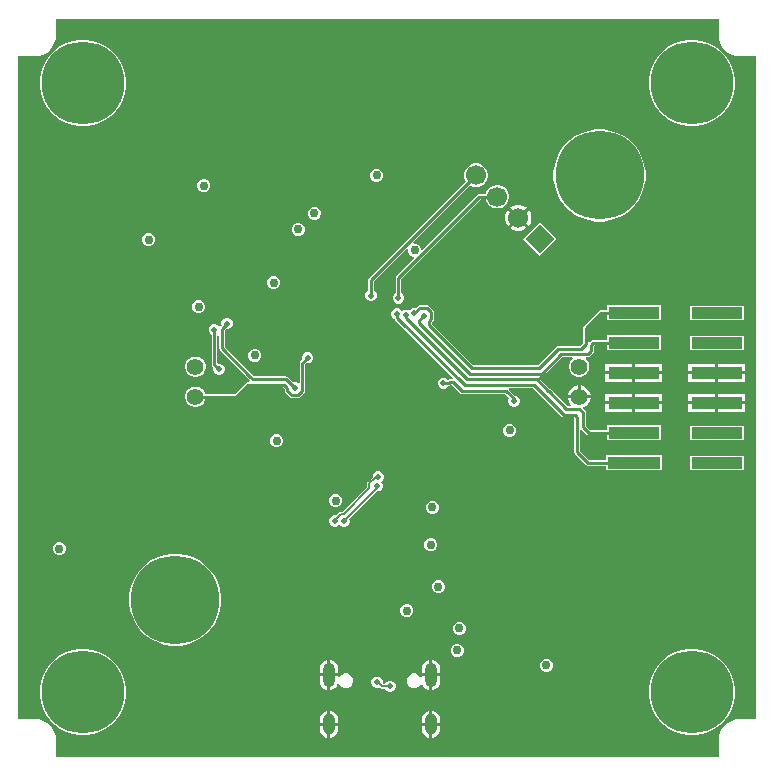
<source format=gbr>
%TF.GenerationSoftware,Altium Limited,Altium Designer,24.2.2 (26)*%
G04 Layer_Physical_Order=4*
G04 Layer_Color=16711680*
%FSLAX45Y45*%
%MOMM*%
%TF.SameCoordinates,D31C6D6D-B6E9-44EC-8E0F-9CDDCF0E9FEB*%
%TF.FilePolarity,Positive*%
%TF.FileFunction,Copper,L4,Bot,Signal*%
%TF.Part,Single*%
G01*
G75*
%TA.AperFunction,SMDPad,CuDef*%
%ADD15R,4.50000X1.00000*%
%ADD16R,4.32000X1.00000*%
%TA.AperFunction,Conductor*%
%ADD49C,0.25400*%
%ADD50C,0.26193*%
%ADD51C,0.20455*%
%ADD52C,0.27000*%
%ADD53C,0.26200*%
%ADD58C,0.25000*%
%TA.AperFunction,ViaPad*%
%ADD59C,7.50000*%
%ADD60C,7.00000*%
%TA.AperFunction,ComponentPad*%
%ADD61C,1.40000*%
%ADD62O,1.00000X1.80000*%
%ADD63O,1.00000X2.10000*%
%ADD64C,1.70000*%
%ADD65P,2.40416X4X180.0*%
%TA.AperFunction,ViaPad*%
%ADD66C,0.60000*%
%ADD67C,0.75000*%
%ADD68C,0.50000*%
G36*
X5981113Y6159500D02*
X5981368Y6158215D01*
X5984667Y6124724D01*
X5994811Y6091283D01*
X6011284Y6060465D01*
X6033452Y6033452D01*
X6060465Y6011284D01*
X6091283Y5994811D01*
X6124724Y5984667D01*
X6158215Y5981368D01*
X6159500Y5981113D01*
X6298613D01*
Y368887D01*
X6159500D01*
X6158215Y368632D01*
X6124724Y365333D01*
X6091283Y355189D01*
X6060465Y338716D01*
X6033452Y316547D01*
X6011284Y289535D01*
X5994811Y258717D01*
X5984667Y225276D01*
X5981368Y191785D01*
X5981113Y190500D01*
Y51387D01*
X368887D01*
Y190500D01*
X368632Y191785D01*
X365333Y225276D01*
X355189Y258717D01*
X338716Y289535D01*
X316547Y316547D01*
X289535Y338716D01*
X258717Y355189D01*
X225276Y365333D01*
X191785Y368632D01*
X190500Y368887D01*
X51387D01*
Y5981113D01*
X190500D01*
X191785Y5981368D01*
X225276Y5984667D01*
X258717Y5994811D01*
X289535Y6011284D01*
X316547Y6033452D01*
X338716Y6060465D01*
X355189Y6091283D01*
X365333Y6124724D01*
X368632Y6158215D01*
X368887Y6159500D01*
Y6298613D01*
X5981113D01*
Y6159500D01*
D02*
G37*
%LPC*%
G36*
X5781826Y6118100D02*
X5724374D01*
X5667629Y6109113D01*
X5612989Y6091359D01*
X5561798Y6065276D01*
X5515318Y6031507D01*
X5474693Y5990882D01*
X5440924Y5944402D01*
X5414841Y5893211D01*
X5397087Y5838571D01*
X5388100Y5781826D01*
Y5724374D01*
X5397087Y5667629D01*
X5414841Y5612989D01*
X5440924Y5561798D01*
X5474693Y5515318D01*
X5515318Y5474693D01*
X5561798Y5440924D01*
X5612989Y5414841D01*
X5667629Y5397087D01*
X5724374Y5388100D01*
X5781826D01*
X5838571Y5397087D01*
X5893211Y5414841D01*
X5944402Y5440924D01*
X5990882Y5474693D01*
X6031507Y5515318D01*
X6065276Y5561798D01*
X6091359Y5612989D01*
X6109113Y5667629D01*
X6118100Y5724374D01*
Y5781826D01*
X6109113Y5838571D01*
X6091359Y5893211D01*
X6065276Y5944402D01*
X6031507Y5990882D01*
X5990882Y6031507D01*
X5944402Y6065276D01*
X5893211Y6091359D01*
X5838571Y6109113D01*
X5781826Y6118100D01*
D02*
G37*
G36*
X625626D02*
X568174D01*
X511429Y6109113D01*
X456789Y6091359D01*
X405598Y6065276D01*
X359118Y6031507D01*
X318493Y5990882D01*
X284724Y5944402D01*
X258641Y5893211D01*
X240887Y5838571D01*
X231900Y5781826D01*
Y5724374D01*
X240887Y5667629D01*
X258641Y5612989D01*
X284724Y5561798D01*
X318493Y5515318D01*
X359118Y5474693D01*
X405598Y5440924D01*
X456789Y5414841D01*
X511429Y5397087D01*
X568174Y5388100D01*
X625626D01*
X682371Y5397087D01*
X737011Y5414841D01*
X788202Y5440924D01*
X834682Y5474693D01*
X875307Y5515318D01*
X909076Y5561798D01*
X935159Y5612989D01*
X952913Y5667629D01*
X961900Y5724374D01*
Y5781826D01*
X952913Y5838571D01*
X935159Y5893211D01*
X909076Y5944402D01*
X875307Y5990882D01*
X834682Y6031507D01*
X788202Y6065276D01*
X737011Y6091359D01*
X682371Y6109113D01*
X625626Y6118100D01*
D02*
G37*
G36*
X3095520Y5028320D02*
X3073640D01*
X3053425Y5019947D01*
X3037954Y5004475D01*
X3029580Y4984260D01*
Y4962380D01*
X3037954Y4942165D01*
X3053425Y4926693D01*
X3073640Y4918320D01*
X3095520D01*
X3115735Y4926693D01*
X3131207Y4942165D01*
X3139580Y4962380D01*
Y4984260D01*
X3131207Y5004475D01*
X3115735Y5019947D01*
X3095520Y5028320D01*
D02*
G37*
G36*
X1632595Y4940824D02*
X1610715D01*
X1590500Y4932451D01*
X1575029Y4916979D01*
X1566655Y4896764D01*
Y4874884D01*
X1575029Y4854669D01*
X1590500Y4839198D01*
X1610715Y4830824D01*
X1632595D01*
X1652810Y4839198D01*
X1668282Y4854669D01*
X1676655Y4874884D01*
Y4896764D01*
X1668282Y4916979D01*
X1652810Y4932451D01*
X1632595Y4940824D01*
D02*
G37*
G36*
X3938200Y5072585D02*
X3911869D01*
X3886436Y5065770D01*
X3863634Y5052605D01*
X3845015Y5033986D01*
X3831850Y5011184D01*
X3825035Y4985751D01*
Y4959420D01*
X3831850Y4933987D01*
X3839638Y4920497D01*
X3019014Y4099873D01*
X3013908Y4092232D01*
X3012115Y4083218D01*
Y3996069D01*
X3008762Y3994680D01*
X2995400Y3981318D01*
X2988168Y3963860D01*
Y3944964D01*
X2995400Y3927505D01*
X3008762Y3914144D01*
X3026220Y3906912D01*
X3045116D01*
X3062575Y3914144D01*
X3075936Y3927505D01*
X3083168Y3944964D01*
Y3963860D01*
X3075936Y3981318D01*
X3062575Y3994680D01*
X3059221Y3996069D01*
Y4073463D01*
X3338258Y4352500D01*
X3350303Y4346584D01*
Y4329037D01*
X3358676Y4308822D01*
X3374148Y4293350D01*
X3394363Y4284977D01*
X3397452D01*
X3402312Y4273244D01*
X3361834Y4232766D01*
X3361253Y4231896D01*
X3252759Y4123401D01*
X3247786Y4115959D01*
X3246039Y4107180D01*
Y3976371D01*
X3242074Y3974728D01*
X3228712Y3961366D01*
X3221480Y3943908D01*
Y3925012D01*
X3228712Y3907554D01*
X3242074Y3894192D01*
X3259532Y3886960D01*
X3278428D01*
X3295886Y3894192D01*
X3309248Y3907554D01*
X3316480Y3925012D01*
Y3943908D01*
X3309248Y3961366D01*
X3295886Y3974728D01*
X3291921Y3976371D01*
Y4097678D01*
X3393696Y4199453D01*
X3394566Y4200034D01*
X3964367Y4769835D01*
X4007314D01*
X4011455Y4754381D01*
X4024620Y4731579D01*
X4043239Y4712960D01*
X4066041Y4699795D01*
X4091475Y4692980D01*
X4117805D01*
X4143239Y4699795D01*
X4166041Y4712960D01*
X4184660Y4731579D01*
X4197825Y4754381D01*
X4204640Y4779815D01*
Y4806145D01*
X4197825Y4831579D01*
X4184660Y4854381D01*
X4166041Y4873000D01*
X4143239Y4886165D01*
X4117805Y4892980D01*
X4091475D01*
X4066041Y4886165D01*
X4043239Y4873000D01*
X4024620Y4854381D01*
X4011455Y4831579D01*
X4007314Y4816125D01*
X3954780D01*
X3945923Y4814363D01*
X3938414Y4809346D01*
X3472036Y4342967D01*
X3460302Y4347827D01*
Y4350917D01*
X3451929Y4371132D01*
X3436457Y4386603D01*
X3416243Y4394977D01*
X3398696D01*
X3392779Y4407021D01*
X3872947Y4887188D01*
X3886436Y4879400D01*
X3911869Y4872586D01*
X3938200D01*
X3963633Y4879400D01*
X3986436Y4892565D01*
X4005055Y4911184D01*
X4018220Y4933987D01*
X4025034Y4959420D01*
Y4985751D01*
X4018220Y5011184D01*
X4005055Y5033986D01*
X3986436Y5052605D01*
X3963633Y5065770D01*
X3938200Y5072585D01*
D02*
G37*
G36*
X4298779Y4723775D02*
X4269711D01*
X4241632Y4716251D01*
X4216458Y4701717D01*
X4215161Y4700420D01*
X4284245Y4631336D01*
X4353329Y4700420D01*
X4352032Y4701717D01*
X4326858Y4716251D01*
X4298779Y4723775D01*
D02*
G37*
G36*
X2567585Y4706875D02*
X2545705D01*
X2525490Y4698502D01*
X2510018Y4683030D01*
X2501645Y4662815D01*
Y4640935D01*
X2510018Y4620720D01*
X2525490Y4605249D01*
X2545705Y4596875D01*
X2567585D01*
X2587800Y4605249D01*
X2603271Y4620720D01*
X2611645Y4640935D01*
Y4662815D01*
X2603271Y4683030D01*
X2587800Y4698502D01*
X2567585Y4706875D01*
D02*
G37*
G36*
X5001753Y5361059D02*
X4940366D01*
X4879734Y5351456D01*
X4821351Y5332487D01*
X4766655Y5304617D01*
X4716991Y5268535D01*
X4673584Y5225127D01*
X4637502Y5175464D01*
X4609632Y5120768D01*
X4590662Y5062385D01*
X4581059Y5001753D01*
Y4940366D01*
X4590662Y4879734D01*
X4609632Y4821351D01*
X4637502Y4766655D01*
X4673584Y4716991D01*
X4716991Y4673584D01*
X4766655Y4637502D01*
X4821351Y4609632D01*
X4879734Y4590662D01*
X4940366Y4581059D01*
X5001753D01*
X5062385Y4590662D01*
X5120768Y4609632D01*
X5175464Y4637502D01*
X5225127Y4673584D01*
X5268535Y4716991D01*
X5304617Y4766655D01*
X5332487Y4821351D01*
X5351456Y4879734D01*
X5361059Y4940366D01*
Y5001753D01*
X5351456Y5062385D01*
X5332487Y5120768D01*
X5304617Y5175464D01*
X5268535Y5225127D01*
X5225127Y5268535D01*
X5175464Y5304617D01*
X5120768Y5332487D01*
X5062385Y5351456D01*
X5001753Y5361059D01*
D02*
G37*
G36*
X4371289Y4682459D02*
X4302206Y4613375D01*
X4371289Y4544291D01*
X4372587Y4545588D01*
X4387121Y4570762D01*
X4394645Y4598841D01*
Y4627909D01*
X4387121Y4655988D01*
X4372587Y4681162D01*
X4371289Y4682459D01*
D02*
G37*
G36*
X4197200D02*
X4195903Y4681162D01*
X4181369Y4655988D01*
X4173845Y4627909D01*
Y4598841D01*
X4181369Y4570762D01*
X4195903Y4545588D01*
X4197200Y4544291D01*
X4266284Y4613375D01*
X4197200Y4682459D01*
D02*
G37*
G36*
X4284245Y4595414D02*
X4215161Y4526331D01*
X4216458Y4525033D01*
X4241632Y4510499D01*
X4269711Y4502975D01*
X4298779D01*
X4326858Y4510499D01*
X4352032Y4525033D01*
X4353329Y4526331D01*
X4284245Y4595414D01*
D02*
G37*
G36*
X2429892Y4568974D02*
X2408012D01*
X2387797Y4560601D01*
X2372325Y4545129D01*
X2363952Y4524914D01*
Y4503034D01*
X2372325Y4482820D01*
X2387797Y4467348D01*
X2408012Y4458975D01*
X2429892D01*
X2450107Y4467348D01*
X2465579Y4482820D01*
X2473952Y4503034D01*
Y4524914D01*
X2465579Y4545129D01*
X2450107Y4560601D01*
X2429892Y4568974D01*
D02*
G37*
G36*
X1165484Y4483330D02*
X1143604D01*
X1123389Y4474957D01*
X1107917Y4459485D01*
X1099544Y4439271D01*
Y4417390D01*
X1107917Y4397176D01*
X1123389Y4381704D01*
X1143604Y4373331D01*
X1165484D01*
X1185698Y4381704D01*
X1201170Y4397176D01*
X1209543Y4417390D01*
Y4439271D01*
X1201170Y4459485D01*
X1185698Y4474957D01*
X1165484Y4483330D01*
D02*
G37*
G36*
X4463850Y4575191D02*
X4322429Y4433770D01*
X4463850Y4292349D01*
X4605271Y4433770D01*
X4463850Y4575191D01*
D02*
G37*
G36*
X2224104Y4117900D02*
X2202224D01*
X2182009Y4109527D01*
X2166538Y4094055D01*
X2158164Y4073840D01*
Y4051960D01*
X2166538Y4031746D01*
X2182009Y4016274D01*
X2202224Y4007901D01*
X2224104D01*
X2244319Y4016274D01*
X2259791Y4031746D01*
X2268164Y4051960D01*
Y4073840D01*
X2259791Y4094055D01*
X2244319Y4109527D01*
X2224104Y4117900D01*
D02*
G37*
G36*
X1587978Y3913562D02*
X1566098D01*
X1545883Y3905189D01*
X1530412Y3889717D01*
X1522038Y3869503D01*
Y3847622D01*
X1530412Y3827408D01*
X1545883Y3811936D01*
X1566098Y3803563D01*
X1587978D01*
X1608193Y3811936D01*
X1623665Y3827408D01*
X1632038Y3847622D01*
Y3869503D01*
X1623665Y3889717D01*
X1608193Y3905189D01*
X1587978Y3913562D01*
D02*
G37*
G36*
X6191400Y3870000D02*
X5739400D01*
Y3750000D01*
X6191400D01*
Y3870000D01*
D02*
G37*
G36*
X1827370Y3764825D02*
X1808474D01*
X1791016Y3757594D01*
X1777654Y3744232D01*
X1770422Y3726774D01*
Y3707877D01*
X1771813Y3704520D01*
X1762766Y3695472D01*
X1753940Y3693354D01*
X1746612Y3696121D01*
X1736901Y3705833D01*
X1719442Y3713064D01*
X1700546D01*
X1683088Y3705833D01*
X1669726Y3692471D01*
X1662494Y3675013D01*
Y3656116D01*
X1669726Y3638658D01*
X1683088Y3625296D01*
X1686445Y3623905D01*
Y3370006D01*
X1688238Y3360994D01*
X1693343Y3353354D01*
X1703951Y3342746D01*
X1702560Y3339388D01*
Y3320492D01*
X1709792Y3303034D01*
X1723154Y3289672D01*
X1740612Y3282440D01*
X1759508D01*
X1776966Y3289672D01*
X1790328Y3303034D01*
X1797560Y3320492D01*
Y3339388D01*
X1790328Y3356846D01*
X1776966Y3370208D01*
X1759508Y3377440D01*
X1740612D01*
X1733543Y3388258D01*
Y3616681D01*
X1739211Y3620447D01*
X1751911Y3613637D01*
Y3507062D01*
X1753704Y3498050D01*
X1758809Y3490410D01*
X1998499Y3250719D01*
X2012566Y3236653D01*
X2007305Y3223953D01*
X1993900D01*
X1984887Y3222160D01*
X1977246Y3217054D01*
X1882544Y3122353D01*
X1631888D01*
X1629407Y3131609D01*
X1618217Y3150991D01*
X1602391Y3166817D01*
X1583009Y3178007D01*
X1561391Y3183800D01*
X1539010D01*
X1517391Y3178007D01*
X1498009Y3166817D01*
X1482183Y3150991D01*
X1470993Y3131609D01*
X1465200Y3109990D01*
Y3087610D01*
X1470993Y3065991D01*
X1482183Y3046609D01*
X1498009Y3030783D01*
X1517391Y3019593D01*
X1539010Y3013800D01*
X1561391D01*
X1583009Y3019593D01*
X1602391Y3030783D01*
X1618217Y3046609D01*
X1629407Y3065991D01*
X1631888Y3075247D01*
X1892300D01*
X1901313Y3077040D01*
X1908954Y3082146D01*
X2003656Y3176847D01*
X2291484D01*
X2304241Y3164090D01*
Y3147824D01*
X2306034Y3138811D01*
X2311139Y3131170D01*
X2348337Y3093972D01*
X2355978Y3088866D01*
X2364991Y3087074D01*
X2417596D01*
X2426609Y3088866D01*
X2434250Y3093972D01*
X2471448Y3131170D01*
X2476554Y3138810D01*
X2478346Y3147824D01*
Y3371967D01*
X2488209Y3379946D01*
X2489433Y3379439D01*
X2508329D01*
X2525787Y3386670D01*
X2539149Y3400032D01*
X2546381Y3417490D01*
Y3436387D01*
X2539149Y3453845D01*
X2525787Y3467207D01*
X2508329Y3474439D01*
X2489433D01*
X2471974Y3467207D01*
X2458613Y3453845D01*
X2451381Y3436387D01*
Y3417490D01*
X2452770Y3414137D01*
X2438139Y3399506D01*
X2433034Y3391865D01*
X2431241Y3382852D01*
Y3217947D01*
X2419508Y3213087D01*
X2418200Y3214395D01*
X2400742Y3221626D01*
X2381845D01*
X2378488Y3220235D01*
X2334855Y3263868D01*
X2327215Y3268973D01*
X2318203Y3270766D01*
X2045059D01*
X2031802Y3284022D01*
X1799009Y3516816D01*
Y3660731D01*
X1808474Y3669826D01*
X1827370D01*
X1844829Y3677057D01*
X1858191Y3690419D01*
X1865422Y3707877D01*
Y3726774D01*
X1858191Y3744232D01*
X1844829Y3757594D01*
X1827370Y3764825D01*
D02*
G37*
G36*
X6191400Y3616000D02*
X5739400D01*
Y3496000D01*
X6191400D01*
Y3616000D01*
D02*
G37*
G36*
X2063743Y3502674D02*
X2041863D01*
X2021648Y3494300D01*
X2006176Y3478829D01*
X1997803Y3458614D01*
Y3436734D01*
X2006176Y3416519D01*
X2021648Y3401047D01*
X2041863Y3392674D01*
X2063743D01*
X2083958Y3401047D01*
X2099429Y3416519D01*
X2107803Y3436734D01*
Y3458614D01*
X2099429Y3478829D01*
X2083958Y3494300D01*
X2063743Y3502674D01*
D02*
G37*
G36*
X5490100Y3872700D02*
X5032700D01*
Y3833549D01*
X4981113D01*
X4972101Y3831756D01*
X4964462Y3826651D01*
X4835740Y3697929D01*
X4830635Y3690290D01*
X4828842Y3681278D01*
Y3555035D01*
X4802556Y3528749D01*
X4622540D01*
X4613528Y3526956D01*
X4605889Y3521851D01*
X4449857Y3365820D01*
X3902909D01*
X3553328Y3715400D01*
Y3732487D01*
X3563390Y3742549D01*
X3568495Y3750189D01*
X3570287Y3759201D01*
Y3811803D01*
X3568495Y3820815D01*
X3563390Y3828455D01*
X3526195Y3865650D01*
X3518555Y3870755D01*
X3509543Y3872548D01*
X3448071D01*
X3439059Y3870755D01*
X3431419Y3865650D01*
X3416016Y3850247D01*
X3412658Y3851637D01*
X3393762D01*
X3376303Y3844406D01*
X3362942Y3831044D01*
X3348845Y3830199D01*
X3339315Y3834147D01*
X3320419D01*
X3308588Y3829246D01*
X3295892Y3826710D01*
X3282530Y3840072D01*
X3265072Y3847303D01*
X3246176D01*
X3228717Y3840072D01*
X3215356Y3826710D01*
X3208124Y3809252D01*
Y3790355D01*
X3215356Y3772897D01*
X3228717Y3759535D01*
X3240098Y3754821D01*
X3243130Y3750284D01*
X3734246Y3259168D01*
X3732781Y3253105D01*
X3728640Y3246813D01*
X3703468D01*
X3694455Y3245020D01*
X3687916Y3240651D01*
X3676886Y3251680D01*
X3659428Y3258912D01*
X3640532D01*
X3623074Y3251680D01*
X3609712Y3238318D01*
X3602480Y3220860D01*
Y3201964D01*
X3609712Y3184505D01*
X3623074Y3171144D01*
X3640532Y3163912D01*
X3659428D01*
X3676886Y3171144D01*
X3690248Y3184505D01*
X3693524Y3192413D01*
X3696174D01*
X3705187Y3194206D01*
X3712828Y3199311D01*
X3713224Y3199707D01*
X3721504D01*
X3792371Y3128840D01*
X3800012Y3123734D01*
X3809026Y3121942D01*
X4172329D01*
X4207518Y3086752D01*
X4200307Y3069341D01*
Y3050445D01*
X4207538Y3032987D01*
X4220900Y3019625D01*
X4238358Y3012393D01*
X4257255D01*
X4274713Y3019625D01*
X4288075Y3032987D01*
X4295306Y3050445D01*
Y3069341D01*
X4288075Y3086800D01*
X4274713Y3100161D01*
X4257255Y3107393D01*
X4253495D01*
X4202445Y3158442D01*
X4207687Y3171142D01*
X4409485D01*
X4501952Y3078675D01*
X4504935Y3076682D01*
X4651869Y2929749D01*
X4659508Y2924644D01*
X4668520Y2922851D01*
X4755286D01*
X4758338Y2919799D01*
Y2627293D01*
X4760130Y2618281D01*
X4765235Y2610642D01*
X4855069Y2520808D01*
X4862708Y2515704D01*
X4871720Y2513911D01*
X5023700D01*
Y2477300D01*
X5499100D01*
Y2602700D01*
X5023700D01*
Y2561009D01*
X4881474D01*
X4805436Y2637047D01*
Y2816659D01*
X4818136Y2821901D01*
X4862689Y2777348D01*
X4870328Y2772244D01*
X4879340Y2770451D01*
X5032700D01*
Y2731300D01*
X5490100D01*
Y2856700D01*
X5032700D01*
Y2817549D01*
X4889094D01*
X4854629Y2852014D01*
Y2965113D01*
X4852836Y2974125D01*
X4847732Y2981765D01*
X4833103Y2996393D01*
X4835246Y3008750D01*
X4837214Y3010243D01*
X4858377Y3022461D01*
X4876139Y3040223D01*
X4888698Y3061977D01*
X4895162Y3086100D01*
X4799800D01*
X4704438D01*
X4710901Y3061977D01*
X4723461Y3040223D01*
X4731842Y3031842D01*
X4726581Y3019142D01*
X4698650D01*
X4556621Y3161171D01*
X4553639Y3163164D01*
X4459974Y3256829D01*
X4465217Y3269529D01*
X4481797D01*
X4490809Y3271321D01*
X4498449Y3276426D01*
X4654371Y3432348D01*
X4742181D01*
X4745782Y3424697D01*
X4746440Y3419648D01*
X4731783Y3404991D01*
X4720593Y3385609D01*
X4714800Y3363990D01*
Y3341610D01*
X4720593Y3319991D01*
X4731783Y3300609D01*
X4747609Y3284783D01*
X4766991Y3273593D01*
X4788609Y3267800D01*
X4810990D01*
X4832609Y3273593D01*
X4851991Y3284783D01*
X4867817Y3300609D01*
X4879007Y3319991D01*
X4884800Y3341610D01*
Y3363990D01*
X4879007Y3385609D01*
X4867817Y3404991D01*
X4853160Y3419648D01*
X4853818Y3424697D01*
X4857419Y3432348D01*
X4870891D01*
X4879903Y3434140D01*
X4887542Y3439245D01*
X4918852Y3470554D01*
X4923956Y3478194D01*
X4925749Y3487206D01*
Y3528466D01*
X4929734Y3532451D01*
X5032700D01*
Y3493300D01*
X5490100D01*
Y3618700D01*
X5032700D01*
Y3579549D01*
X4919980D01*
X4910968Y3577756D01*
X4903329Y3572651D01*
X4888640Y3557963D01*
X4876440Y3562163D01*
X4875940Y3562563D01*
Y3671524D01*
X4990867Y3786451D01*
X5032700D01*
Y3747300D01*
X5490100D01*
Y3872700D01*
D02*
G37*
G36*
X5502800Y3377400D02*
X5274100D01*
Y3314700D01*
X5502800D01*
Y3377400D01*
D02*
G37*
G36*
X5248700D02*
X5020000D01*
Y3314700D01*
X5248700D01*
Y3377400D01*
D02*
G37*
G36*
X6206800D02*
X5978100D01*
Y3314700D01*
X6206800D01*
Y3377400D01*
D02*
G37*
G36*
X5952700D02*
X5724000D01*
Y3314700D01*
X5952700D01*
Y3377400D01*
D02*
G37*
G36*
X1561391Y3437800D02*
X1539010D01*
X1517391Y3432007D01*
X1498009Y3420817D01*
X1482183Y3404991D01*
X1470993Y3385609D01*
X1465200Y3363990D01*
Y3341610D01*
X1470993Y3319991D01*
X1482183Y3300609D01*
X1498009Y3284783D01*
X1517391Y3273593D01*
X1539010Y3267800D01*
X1561391D01*
X1583009Y3273593D01*
X1602391Y3284783D01*
X1618217Y3300609D01*
X1629407Y3319991D01*
X1635200Y3341610D01*
Y3363990D01*
X1629407Y3385609D01*
X1618217Y3404991D01*
X1602391Y3420817D01*
X1583009Y3432007D01*
X1561391Y3437800D01*
D02*
G37*
G36*
X6206800Y3289300D02*
X5978100D01*
Y3226600D01*
X6206800D01*
Y3289300D01*
D02*
G37*
G36*
X5952700D02*
X5724000D01*
Y3226600D01*
X5952700D01*
Y3289300D01*
D02*
G37*
G36*
X5502800Y3289300D02*
X5274100D01*
Y3226600D01*
X5502800D01*
Y3289300D01*
D02*
G37*
G36*
X5248700D02*
X5020000D01*
Y3226600D01*
X5248700D01*
Y3289300D01*
D02*
G37*
G36*
X4812500Y3194162D02*
Y3111500D01*
X4895162D01*
X4888698Y3135623D01*
X4876139Y3157377D01*
X4858377Y3175139D01*
X4836623Y3187698D01*
X4812500Y3194162D01*
D02*
G37*
G36*
X4787100D02*
X4762977Y3187698D01*
X4741223Y3175139D01*
X4723461Y3157377D01*
X4710901Y3135623D01*
X4704438Y3111500D01*
X4787100D01*
Y3194162D01*
D02*
G37*
G36*
X5502800Y3123400D02*
X5274100D01*
Y3060700D01*
X5502800D01*
Y3123400D01*
D02*
G37*
G36*
X5248700D02*
X5020000D01*
Y3060700D01*
X5248700D01*
Y3123400D01*
D02*
G37*
G36*
X6206800D02*
X5978100D01*
Y3060700D01*
X6206800D01*
Y3123400D01*
D02*
G37*
G36*
X5952700D02*
X5724000D01*
Y3060700D01*
X5952700D01*
Y3123400D01*
D02*
G37*
G36*
X6206800Y3035300D02*
X5978100D01*
Y2972600D01*
X6206800D01*
Y3035300D01*
D02*
G37*
G36*
X5952700D02*
X5724000D01*
Y2972600D01*
X5952700D01*
Y3035300D01*
D02*
G37*
G36*
X5502800Y3035300D02*
X5274100D01*
Y2972600D01*
X5502800D01*
Y3035300D01*
D02*
G37*
G36*
X5248700D02*
X5020000D01*
Y2972600D01*
X5248700D01*
Y3035300D01*
D02*
G37*
G36*
X4221849Y2869226D02*
X4199969D01*
X4179754Y2860852D01*
X4164282Y2845381D01*
X4155909Y2825166D01*
Y2803286D01*
X4164282Y2783071D01*
X4179754Y2767599D01*
X4199969Y2759226D01*
X4221849D01*
X4242064Y2767599D01*
X4257535Y2783071D01*
X4265909Y2803286D01*
Y2825166D01*
X4257535Y2845381D01*
X4242064Y2860852D01*
X4221849Y2869226D01*
D02*
G37*
G36*
X6191400Y2854000D02*
X5739400D01*
Y2734000D01*
X6191400D01*
Y2854000D01*
D02*
G37*
G36*
X2247496Y2778259D02*
X2225616D01*
X2205401Y2769886D01*
X2189930Y2754414D01*
X2181556Y2734199D01*
Y2712319D01*
X2189930Y2692104D01*
X2205401Y2676633D01*
X2225616Y2668259D01*
X2247496D01*
X2267711Y2676633D01*
X2283183Y2692104D01*
X2291556Y2712319D01*
Y2734199D01*
X2283183Y2754414D01*
X2267711Y2769886D01*
X2247496Y2778259D01*
D02*
G37*
G36*
X6191400Y2600000D02*
X5739400D01*
Y2480000D01*
X6191400D01*
Y2600000D01*
D02*
G37*
G36*
X2747962Y2273710D02*
X2726082D01*
X2705867Y2265337D01*
X2690395Y2249865D01*
X2682022Y2229650D01*
Y2207770D01*
X2690395Y2187555D01*
X2705867Y2172084D01*
X2726082Y2163710D01*
X2747962D01*
X2768177Y2172084D01*
X2783648Y2187555D01*
X2792022Y2207770D01*
Y2229650D01*
X2783648Y2249865D01*
X2768177Y2265337D01*
X2747962Y2273710D01*
D02*
G37*
G36*
X3567332Y2217271D02*
X3545452D01*
X3525238Y2208897D01*
X3509766Y2193426D01*
X3501393Y2173211D01*
Y2151331D01*
X3509766Y2131116D01*
X3525238Y2115644D01*
X3545452Y2107271D01*
X3567332D01*
X3587547Y2115644D01*
X3603019Y2131116D01*
X3611392Y2151331D01*
Y2173211D01*
X3603019Y2193426D01*
X3587547Y2208897D01*
X3567332Y2217271D01*
D02*
G37*
G36*
X3107121Y2465270D02*
X3088224D01*
X3070766Y2458039D01*
X3057404Y2444677D01*
X3050173Y2427219D01*
Y2421246D01*
X3008095Y2379168D01*
X3003624Y2372477D01*
X3002054Y2364585D01*
Y2330226D01*
X2797632Y2125804D01*
X2783571D01*
X2775679Y2124234D01*
X2768988Y2119763D01*
X2740989Y2091764D01*
X2739647Y2092320D01*
X2720750D01*
X2703292Y2085089D01*
X2689930Y2071727D01*
X2682699Y2054269D01*
Y2035372D01*
X2689930Y2017914D01*
X2703292Y2004552D01*
X2720750Y1997321D01*
X2739647D01*
X2757105Y2004552D01*
X2768782Y2016229D01*
X2781252Y2003759D01*
X2798710Y1996527D01*
X2817607D01*
X2835065Y2003759D01*
X2848427Y2017120D01*
X2855658Y2034579D01*
Y2053475D01*
X2852563Y2060948D01*
X2944697Y2153083D01*
X3087250Y2295635D01*
X3096416D01*
X3113874Y2302866D01*
X3127236Y2316228D01*
X3134468Y2333686D01*
Y2352583D01*
X3127236Y2370041D01*
X3123782Y2373495D01*
X3124579Y2377502D01*
X3137941Y2390864D01*
X3145173Y2408322D01*
Y2427219D01*
X3137941Y2444677D01*
X3124579Y2458039D01*
X3107121Y2465270D01*
D02*
G37*
G36*
X3554609Y1898681D02*
X3532729D01*
X3512514Y1890308D01*
X3497043Y1874836D01*
X3488669Y1854621D01*
Y1832741D01*
X3497043Y1812526D01*
X3512514Y1797055D01*
X3532729Y1788681D01*
X3554609D01*
X3574824Y1797055D01*
X3590296Y1812526D01*
X3598669Y1832741D01*
Y1854621D01*
X3590296Y1874836D01*
X3574824Y1890308D01*
X3554609Y1898681D01*
D02*
G37*
G36*
X407180Y1867360D02*
X385300D01*
X365085Y1858987D01*
X349613Y1843515D01*
X341240Y1823300D01*
Y1801420D01*
X349613Y1781205D01*
X365085Y1765734D01*
X385300Y1757360D01*
X407180D01*
X427395Y1765734D01*
X442867Y1781205D01*
X451240Y1801420D01*
Y1823300D01*
X442867Y1843515D01*
X427395Y1858987D01*
X407180Y1867360D01*
D02*
G37*
G36*
X3617740Y1543440D02*
X3595860D01*
X3575645Y1535067D01*
X3560173Y1519595D01*
X3551800Y1499380D01*
Y1477500D01*
X3560173Y1457285D01*
X3575645Y1441813D01*
X3595860Y1433440D01*
X3617740D01*
X3637955Y1441813D01*
X3653427Y1457285D01*
X3661800Y1477500D01*
Y1499380D01*
X3653427Y1519595D01*
X3637955Y1535067D01*
X3617740Y1543440D01*
D02*
G37*
G36*
X3351040Y1342780D02*
X3329160D01*
X3308945Y1334407D01*
X3293473Y1318935D01*
X3285100Y1298720D01*
Y1276840D01*
X3293473Y1256625D01*
X3308945Y1241153D01*
X3329160Y1232780D01*
X3351040D01*
X3371255Y1241153D01*
X3386727Y1256625D01*
X3395100Y1276840D01*
Y1298720D01*
X3386727Y1318935D01*
X3371255Y1334407D01*
X3351040Y1342780D01*
D02*
G37*
G36*
X3794320Y1192920D02*
X3772440D01*
X3752225Y1184547D01*
X3736754Y1169075D01*
X3728380Y1148860D01*
Y1126980D01*
X3736754Y1106765D01*
X3752225Y1091293D01*
X3772440Y1082920D01*
X3794320D01*
X3814535Y1091293D01*
X3830007Y1106765D01*
X3838380Y1126980D01*
Y1148860D01*
X3830007Y1169075D01*
X3814535Y1184547D01*
X3794320Y1192920D01*
D02*
G37*
G36*
X1409634Y1768941D02*
X1348247D01*
X1287615Y1759338D01*
X1229232Y1740368D01*
X1174536Y1712498D01*
X1124873Y1676416D01*
X1081465Y1633009D01*
X1045383Y1583345D01*
X1017513Y1528649D01*
X998544Y1470266D01*
X988941Y1409634D01*
Y1348247D01*
X998544Y1287615D01*
X1017513Y1229232D01*
X1045383Y1174536D01*
X1081465Y1124873D01*
X1124873Y1081465D01*
X1174536Y1045383D01*
X1229232Y1017513D01*
X1287615Y998544D01*
X1348247Y988941D01*
X1409634D01*
X1470266Y998544D01*
X1528649Y1017513D01*
X1583345Y1045383D01*
X1633009Y1081465D01*
X1676416Y1124873D01*
X1712498Y1174536D01*
X1740368Y1229232D01*
X1759338Y1287615D01*
X1768941Y1348247D01*
Y1409634D01*
X1759338Y1470266D01*
X1740368Y1528649D01*
X1712498Y1583345D01*
X1676416Y1633009D01*
X1633009Y1676416D01*
X1583345Y1712498D01*
X1528649Y1740368D01*
X1470266Y1759338D01*
X1409634Y1768941D01*
D02*
G37*
G36*
X3775654Y1005133D02*
X3753774D01*
X3733559Y996759D01*
X3718087Y981288D01*
X3709714Y961073D01*
Y939193D01*
X3718087Y918978D01*
X3733559Y903506D01*
X3753774Y895133D01*
X3775654D01*
X3795868Y903506D01*
X3811340Y918978D01*
X3819713Y939193D01*
Y961073D01*
X3811340Y981288D01*
X3795868Y996759D01*
X3775654Y1005133D01*
D02*
G37*
G36*
X4530735Y879365D02*
X4508855D01*
X4488640Y870991D01*
X4473169Y855520D01*
X4464795Y835305D01*
Y813425D01*
X4473169Y793210D01*
X4488640Y777738D01*
X4508855Y769365D01*
X4530735D01*
X4550950Y777738D01*
X4566422Y793210D01*
X4574795Y813425D01*
Y835305D01*
X4566422Y855520D01*
X4550950Y870991D01*
X4530735Y879365D01*
D02*
G37*
G36*
X2692200Y871679D02*
Y755000D01*
X2755551D01*
Y797300D01*
X2752959Y816984D01*
X2745362Y835325D01*
X2733276Y851076D01*
X2717525Y863162D01*
X2699184Y870759D01*
X2692200Y871679D01*
D02*
G37*
G36*
X2666800Y871679D02*
X2659817Y870759D01*
X2641475Y863162D01*
X2625724Y851076D01*
X2613638Y835325D01*
X2606041Y816984D01*
X2603449Y797300D01*
Y755000D01*
X2666800D01*
Y871679D01*
D02*
G37*
G36*
X3556200D02*
Y755000D01*
X3619551D01*
Y797300D01*
X3616959Y816984D01*
X3609362Y835325D01*
X3597276Y851076D01*
X3581525Y863162D01*
X3563183Y870759D01*
X3556200Y871679D01*
D02*
G37*
G36*
X3530800Y871679D02*
X3523816Y870759D01*
X3505475Y863162D01*
X3489724Y851076D01*
X3477638Y835325D01*
X3470041Y816984D01*
X3467449Y797300D01*
Y755000D01*
X3530800D01*
Y871679D01*
D02*
G37*
G36*
X2834932Y754800D02*
X2810068D01*
X2787097Y745285D01*
X2769515Y727704D01*
X2768251Y724651D01*
X2755551Y727177D01*
Y729600D01*
X2692200D01*
Y612921D01*
X2699184Y613841D01*
X2717525Y621438D01*
X2733276Y633524D01*
X2745362Y649275D01*
X2752144Y665648D01*
X2758340Y667075D01*
X2765602Y666345D01*
X2769515Y656897D01*
X2787097Y639315D01*
X2810068Y629800D01*
X2834932D01*
X2857904Y639315D01*
X2875485Y656897D01*
X2885000Y679868D01*
Y704732D01*
X2875485Y727704D01*
X2857904Y745285D01*
X2834932Y754800D01*
D02*
G37*
G36*
X3619551Y729600D02*
X3556200D01*
Y612921D01*
X3563183Y613841D01*
X3581525Y621438D01*
X3597276Y633524D01*
X3609362Y649275D01*
X3616959Y667616D01*
X3619551Y687300D01*
Y729600D01*
D02*
G37*
G36*
X2666800Y729600D02*
X2603449D01*
Y687300D01*
X2606041Y667616D01*
X2613638Y649275D01*
X2625724Y633524D01*
X2641475Y621438D01*
X2659817Y613841D01*
X2666800Y612921D01*
Y729600D01*
D02*
G37*
G36*
X3412932Y754800D02*
X3388068D01*
X3365096Y745285D01*
X3347515Y727704D01*
X3338000Y704732D01*
Y679868D01*
X3347515Y656897D01*
X3365096Y639315D01*
X3388068Y629800D01*
X3412932D01*
X3435903Y639315D01*
X3453485Y656897D01*
X3457398Y666345D01*
X3464660Y667075D01*
X3470856Y665648D01*
X3477638Y649275D01*
X3489724Y633524D01*
X3505475Y621438D01*
X3523816Y613841D01*
X3530800Y612921D01*
Y729600D01*
X3467449D01*
Y727177D01*
X3454749Y724651D01*
X3453485Y727704D01*
X3435903Y745285D01*
X3412932Y754800D01*
D02*
G37*
G36*
X3095729Y728701D02*
X3076833D01*
X3059374Y721469D01*
X3046012Y708108D01*
X3038781Y690649D01*
Y671753D01*
X3046012Y654295D01*
X3059374Y640933D01*
X3076833Y633701D01*
X3095729D01*
X3106856Y638310D01*
X3112050Y633117D01*
X3118740Y628646D01*
X3126633Y627076D01*
X3152655D01*
X3156073Y618823D01*
X3169435Y605461D01*
X3186893Y598230D01*
X3205790D01*
X3223248Y605461D01*
X3236610Y618823D01*
X3243841Y636281D01*
Y655178D01*
X3236610Y672636D01*
X3223248Y685998D01*
X3205790Y693229D01*
X3186893D01*
X3169435Y685998D01*
X3156073Y672636D01*
X3154287Y668324D01*
X3145514D01*
X3133781Y671753D01*
Y690649D01*
X3126549Y708108D01*
X3113187Y721469D01*
X3095729Y728701D01*
D02*
G37*
G36*
X2692200Y438679D02*
Y337000D01*
X2755551D01*
Y364300D01*
X2752959Y383983D01*
X2745362Y402325D01*
X2733276Y418076D01*
X2717525Y430162D01*
X2699184Y437759D01*
X2692200Y438679D01*
D02*
G37*
G36*
X2666800Y438679D02*
X2659817Y437759D01*
X2641475Y430162D01*
X2625724Y418076D01*
X2613638Y402325D01*
X2606041Y383983D01*
X2603449Y364300D01*
Y337000D01*
X2666800D01*
Y438679D01*
D02*
G37*
G36*
X3556200D02*
Y337000D01*
X3619551D01*
Y364300D01*
X3616959Y383983D01*
X3609362Y402325D01*
X3597276Y418076D01*
X3581525Y430162D01*
X3563183Y437759D01*
X3556200Y438679D01*
D02*
G37*
G36*
X3530800Y438679D02*
X3523816Y437759D01*
X3505475Y430162D01*
X3489724Y418076D01*
X3477638Y402325D01*
X3470041Y383983D01*
X3467449Y364300D01*
Y337000D01*
X3530800D01*
Y438679D01*
D02*
G37*
G36*
X5781826Y961900D02*
X5724374D01*
X5667629Y952913D01*
X5612989Y935159D01*
X5561798Y909076D01*
X5515318Y875307D01*
X5474693Y834682D01*
X5440924Y788202D01*
X5414841Y737011D01*
X5397087Y682371D01*
X5388100Y625626D01*
Y568174D01*
X5397087Y511429D01*
X5414841Y456789D01*
X5440924Y405598D01*
X5474693Y359118D01*
X5515318Y318493D01*
X5561798Y284724D01*
X5612989Y258641D01*
X5667629Y240887D01*
X5724374Y231900D01*
X5781826D01*
X5838571Y240887D01*
X5893211Y258641D01*
X5944402Y284724D01*
X5990882Y318493D01*
X6031507Y359118D01*
X6065276Y405598D01*
X6091359Y456789D01*
X6109113Y511429D01*
X6118100Y568174D01*
Y625626D01*
X6109113Y682371D01*
X6091359Y737011D01*
X6065276Y788202D01*
X6031507Y834682D01*
X5990882Y875307D01*
X5944402Y909076D01*
X5893211Y935159D01*
X5838571Y952913D01*
X5781826Y961900D01*
D02*
G37*
G36*
X625626D02*
X568174D01*
X511429Y952913D01*
X456789Y935159D01*
X405598Y909076D01*
X359118Y875307D01*
X318493Y834682D01*
X284724Y788202D01*
X258641Y737011D01*
X240887Y682371D01*
X231900Y625626D01*
Y568174D01*
X240887Y511429D01*
X258641Y456789D01*
X284724Y405598D01*
X318493Y359118D01*
X359118Y318493D01*
X405598Y284724D01*
X456789Y258641D01*
X511429Y240887D01*
X568174Y231900D01*
X625626D01*
X682371Y240887D01*
X737011Y258641D01*
X788202Y284724D01*
X834682Y318493D01*
X875307Y359118D01*
X909076Y405598D01*
X935159Y456789D01*
X952913Y511429D01*
X961900Y568174D01*
Y625626D01*
X952913Y682371D01*
X935159Y737011D01*
X909076Y788202D01*
X875307Y834682D01*
X834682Y875307D01*
X788202Y909076D01*
X737011Y935159D01*
X682371Y952913D01*
X625626Y961900D01*
D02*
G37*
G36*
X3619551Y311600D02*
X3556200D01*
Y209922D01*
X3563183Y210841D01*
X3581525Y218438D01*
X3597276Y230524D01*
X3609362Y246275D01*
X3616959Y264617D01*
X3619551Y284300D01*
Y311600D01*
D02*
G37*
G36*
X2666800Y311600D02*
X2603449D01*
Y284300D01*
X2606041Y264617D01*
X2613638Y246275D01*
X2625724Y230524D01*
X2641475Y218438D01*
X2659817Y210841D01*
X2666800Y209922D01*
Y311600D01*
D02*
G37*
G36*
X2755551D02*
X2692200D01*
Y209921D01*
X2699184Y210841D01*
X2717525Y218438D01*
X2733276Y230524D01*
X2745362Y246275D01*
X2752959Y264617D01*
X2755551Y284300D01*
Y311600D01*
D02*
G37*
G36*
X3530800Y311600D02*
X3467449D01*
Y284300D01*
X3470041Y264617D01*
X3477638Y246275D01*
X3489724Y230524D01*
X3505475Y218438D01*
X3523816Y210841D01*
X3530800Y209921D01*
Y311600D01*
D02*
G37*
%LPD*%
D15*
X5261400Y2540000D02*
D03*
D16*
Y2794000D02*
D03*
Y3048000D02*
D03*
Y3302000D02*
D03*
Y3556000D02*
D03*
Y3810000D02*
D03*
X5965400D02*
D03*
Y3556000D02*
D03*
Y3302000D02*
D03*
Y3048000D02*
D03*
Y2794000D02*
D03*
Y2540000D02*
D03*
D49*
X3378200Y4216400D02*
X3954780Y4792980D01*
X4104640D01*
D50*
X3259781Y3766935D02*
X3832025Y3194691D01*
X4350716Y3243884D02*
X4439616D01*
X4419239Y3194691D02*
X4518604Y3095327D01*
X4252329Y3342271D02*
X4459611D01*
X3444498Y3721358D02*
X3872778Y3293077D01*
X4301523D02*
X4481797D01*
X3832025Y3194691D02*
X4399909D01*
X4439616Y3243884D02*
X4538980Y3144520D01*
X3872778Y3293077D02*
X4301523D01*
X3332942Y3763344D02*
X3852402Y3243884D01*
X4481797Y3293077D02*
X4644617Y3455897D01*
X3893155Y3342271D02*
X4252329D01*
X4459611D02*
X4622540Y3505200D01*
X3852402Y3243884D02*
X4350716D01*
X3529779Y3705646D02*
X3893155Y3342271D01*
X4399909Y3194691D02*
X4419239D01*
X3255624Y3799803D02*
X3259781Y3795646D01*
X3332942Y3763344D02*
Y3783572D01*
X3259781Y3766935D02*
Y3795646D01*
X3329867Y3786647D02*
X3332942Y3783572D01*
X4870891Y3455897D02*
X4902200Y3487206D01*
Y3538220D01*
X4644617Y3455897D02*
X4870891D01*
X4902200Y3538220D02*
X4919980Y3556000D01*
X5261400D01*
X4812310Y3505200D02*
X4852391Y3545281D01*
Y3681278D01*
X4622540Y3505200D02*
X4812310D01*
X4852391Y3681278D02*
X4981113Y3810000D01*
X5261400D01*
X5258860Y2537460D02*
X5261400Y2540000D01*
X4871720Y2537460D02*
X5258860D01*
X4781887Y2627293D02*
Y2929553D01*
Y2627293D02*
X4871720Y2537460D01*
X4831080Y2842260D02*
X4879340Y2794000D01*
X4831080Y2842260D02*
Y2965113D01*
X4879340Y2794000D02*
X5261400D01*
X4765040Y2946400D02*
X4781887Y2929553D01*
X4668520Y2946400D02*
X4765040D01*
X4800600Y2995593D02*
X4831080Y2965113D01*
X2318203Y3247217D02*
X2391294Y3174126D01*
X1775460Y3507062D02*
X2015151Y3267371D01*
X2035305Y3247217D01*
X2318203D01*
X3403210Y3804138D02*
X3448071Y3848999D01*
X3529779Y3705646D02*
Y3742241D01*
X3448071Y3848999D02*
X3509543D01*
X3444498Y3746758D02*
X3483242Y3785502D01*
X3546739Y3759201D02*
Y3811803D01*
X3444498Y3721358D02*
Y3746758D01*
X3529779Y3742241D02*
X3546739Y3759201D01*
X3509543Y3848999D02*
X3546739Y3811803D01*
X4688896Y2995593D02*
X4800600D01*
X4519593Y3095327D02*
X4668520Y2946400D01*
X4539970Y3144520D02*
X4688896Y2995593D01*
X4538980Y3144520D02*
X4539970D01*
X4518604Y3095327D02*
X4519593D01*
X1709994Y3370006D02*
X1750060Y3329940D01*
X1709994Y3370006D02*
Y3665564D01*
X1775460Y3507062D02*
Y3674863D01*
X1817922Y3717326D01*
D51*
X3070211Y2412117D02*
X3092020D01*
X3022678Y2364585D02*
X3070211Y2412117D01*
X3092020D02*
X3097673Y2417770D01*
X3081315Y2318866D02*
Y2337481D01*
X3086968Y2343135D01*
X2930114Y2167666D02*
X3081315Y2318866D01*
X2730199Y2051808D02*
X2783571Y2105180D01*
X2730199Y2044820D02*
Y2051808D01*
X3022678Y2321684D02*
Y2364585D01*
X2806174Y2105180D02*
X3022678Y2321684D01*
X2783571Y2105180D02*
X2806174D01*
X2808158Y2045710D02*
X2930114Y2167666D01*
X2808158Y2044027D02*
Y2045710D01*
X3126633Y647700D02*
X3194371D01*
X3196342Y645729D01*
X3093132Y681201D02*
X3126633Y647700D01*
X3086281Y681201D02*
X3093132D01*
D52*
X3111500Y1657350D02*
Y1767350D01*
Y1547350D02*
Y1657350D01*
X3001500D02*
X3111500D01*
X3221500D01*
X3111500D02*
X3221500Y1767350D01*
X3001500Y1547350D02*
X3111500Y1657350D01*
X3221500Y1547350D01*
X3001500Y1767350D02*
X3111500Y1657350D01*
D53*
X3035668Y4083218D02*
X3925035Y4972585D01*
X3035668Y3954412D02*
Y4083218D01*
X3731260Y3223260D02*
X3809026Y3145494D01*
X4182085D02*
X4243253Y3084326D01*
X3809026Y3145494D02*
X4182085D01*
X4243253Y3064447D02*
Y3084326D01*
Y3064447D02*
X4247806Y3059893D01*
X3654534Y3215966D02*
X3696174D01*
X3703468Y3223260D02*
X3731260D01*
X3649980Y3211412D02*
X3654534Y3215966D01*
X3696174D02*
X3703468Y3223260D01*
X2454794Y3382852D02*
X2498881Y3426939D01*
X2454794Y3147824D02*
Y3382852D01*
X2417596Y3110626D02*
X2454794Y3147824D01*
X2364991Y3110626D02*
X2417596D01*
X2327794Y3147824D02*
X2364991Y3110626D01*
X2327794Y3147824D02*
Y3173846D01*
X2301240Y3200400D02*
X2327794Y3173846D01*
X1993900Y3200400D02*
X2301240D01*
X1892300Y3098800D02*
X1993900Y3200400D01*
X1550200Y3098800D02*
X1892300D01*
D58*
X3268980Y4107180D02*
X3378200Y4216400D01*
X3268980Y3934460D02*
Y4107180D01*
D59*
X1378941Y1378941D02*
D03*
X4971059Y4971059D02*
D03*
D60*
X5753100Y596900D02*
D03*
Y5753100D02*
D03*
X596900D02*
D03*
Y596900D02*
D03*
D61*
X1550200Y3098800D02*
D03*
Y3352800D02*
D03*
X4799800Y3098800D02*
D03*
Y3352800D02*
D03*
D62*
X2679500Y324300D02*
D03*
X3543500D02*
D03*
D63*
Y742300D02*
D03*
X2679500D02*
D03*
D64*
X3925035Y4972585D02*
D03*
X4104640Y4792980D02*
D03*
X4284245Y4613375D02*
D03*
D65*
X4463850Y4433770D02*
D03*
D66*
X6060005Y5460004D02*
D03*
X6160005Y5260004D02*
D03*
X6060005Y5060004D02*
D03*
X6160005Y4860004D02*
D03*
X6060005Y4660004D02*
D03*
X6160005Y4460004D02*
D03*
X6060005Y4260004D02*
D03*
X6160005Y4060004D02*
D03*
Y3660003D02*
D03*
X6060005Y3460003D02*
D03*
Y2660003D02*
D03*
Y2260003D02*
D03*
X6160005Y2060002D02*
D03*
X6060005Y1860002D02*
D03*
X6160005Y1660002D02*
D03*
X6060005Y1460002D02*
D03*
X6160005Y1260002D02*
D03*
X6060005Y1060002D02*
D03*
X6160005Y860002D02*
D03*
Y460002D02*
D03*
X5960005Y5260004D02*
D03*
X5860005Y5060004D02*
D03*
X5960005Y4860004D02*
D03*
X5860005Y4660004D02*
D03*
X5960005Y4460004D02*
D03*
X5860005Y4260004D02*
D03*
X5960005Y4060004D02*
D03*
X5860005Y3460003D02*
D03*
Y2660003D02*
D03*
Y2260003D02*
D03*
X5960005Y2060002D02*
D03*
X5860005Y1860002D02*
D03*
X5960005Y1660002D02*
D03*
X5860005Y1460002D02*
D03*
X5960005Y1260002D02*
D03*
X5860005Y1060002D02*
D03*
X5760004Y5260004D02*
D03*
X5660004Y5060004D02*
D03*
X5760004Y4860004D02*
D03*
X5660004Y4660004D02*
D03*
X5760004Y4460004D02*
D03*
X5660004Y4260004D02*
D03*
X5760004Y4060004D02*
D03*
X5660004Y3860003D02*
D03*
X5760004Y3660003D02*
D03*
X5660004Y3460003D02*
D03*
Y3060003D02*
D03*
Y2660003D02*
D03*
Y2260003D02*
D03*
X5760004Y2060002D02*
D03*
X5660004Y1860002D02*
D03*
X5760004Y1660002D02*
D03*
X5660004Y1460002D02*
D03*
X5760004Y1260002D02*
D03*
X5660004Y1060002D02*
D03*
X5560004Y5260004D02*
D03*
X5460004Y5060004D02*
D03*
X5560004Y4860004D02*
D03*
X5460004Y4660004D02*
D03*
X5560004Y4460004D02*
D03*
X5460004Y4260004D02*
D03*
X5560004Y4060004D02*
D03*
Y3660003D02*
D03*
Y3260003D02*
D03*
X5460004Y2260003D02*
D03*
X5560004Y2060002D02*
D03*
X5460004Y1860002D02*
D03*
X5560004Y1660002D02*
D03*
X5460004Y1460002D02*
D03*
X5560004Y1260002D02*
D03*
X5460004Y1060002D02*
D03*
Y260002D02*
D03*
X5360004Y6060005D02*
D03*
X5260004Y5860005D02*
D03*
Y5460004D02*
D03*
X5360004Y5260004D02*
D03*
X5260004Y4660004D02*
D03*
X5360004Y4460004D02*
D03*
X5260004Y4260004D02*
D03*
X5360004Y4060004D02*
D03*
X5260004Y2660003D02*
D03*
Y2260003D02*
D03*
X5360004Y2060002D02*
D03*
X5260004Y1860002D02*
D03*
X5360004Y1660002D02*
D03*
Y1260002D02*
D03*
X5260004Y1060002D02*
D03*
X5360004Y860002D02*
D03*
X5260004Y660002D02*
D03*
Y260002D02*
D03*
X5160004Y6060005D02*
D03*
X5060004Y5860005D02*
D03*
X5160004Y5660004D02*
D03*
X5060004Y5460004D02*
D03*
X5160004Y4460004D02*
D03*
X5060004Y4260004D02*
D03*
X5160004Y4060004D02*
D03*
X5060004Y2660003D02*
D03*
Y2260003D02*
D03*
X5160004Y2060002D02*
D03*
Y1260002D02*
D03*
X5060004Y1060002D02*
D03*
X5160004Y860002D02*
D03*
X5060004Y660002D02*
D03*
X5160004Y460002D02*
D03*
X5060004Y260002D02*
D03*
X4960004Y6060005D02*
D03*
X4860004Y5860005D02*
D03*
X4960004Y5660004D02*
D03*
X4860004Y5460004D02*
D03*
X4960004Y4460004D02*
D03*
X4860004Y4260004D02*
D03*
X4960004Y4060004D02*
D03*
Y3660003D02*
D03*
X4860004Y2660003D02*
D03*
Y2260003D02*
D03*
X4960004Y2060002D02*
D03*
X4860004Y1460002D02*
D03*
X4960004Y1260002D02*
D03*
X4860004Y1060002D02*
D03*
X4960004Y860002D02*
D03*
X4860004Y660002D02*
D03*
X4960004Y460002D02*
D03*
X4860004Y260002D02*
D03*
X4760004Y6060005D02*
D03*
X4660004Y5860005D02*
D03*
X4760004Y5660004D02*
D03*
X4660004Y5460004D02*
D03*
Y4660004D02*
D03*
X4760004Y4460004D02*
D03*
X4660004Y4260004D02*
D03*
X4760004Y4060004D02*
D03*
X4660004Y3860003D02*
D03*
X4760004Y3660003D02*
D03*
X4660004Y2260003D02*
D03*
Y1860002D02*
D03*
X4760004Y1660002D02*
D03*
X4660004Y1460002D02*
D03*
X4760004Y1260002D02*
D03*
Y860002D02*
D03*
X4660004Y660002D02*
D03*
X4760004Y460002D02*
D03*
X4660004Y260002D02*
D03*
X4560004Y6060005D02*
D03*
X4460004Y5860005D02*
D03*
X4560004Y5660004D02*
D03*
X4460004Y5460004D02*
D03*
X4560004Y5260004D02*
D03*
X4460004Y5060004D02*
D03*
X4560004Y4860004D02*
D03*
X4460004Y4660004D02*
D03*
Y4260004D02*
D03*
X4560004Y4060004D02*
D03*
X4460004Y3860003D02*
D03*
X4560004Y3660003D02*
D03*
X4460004Y3460003D02*
D03*
X4560004Y3260003D02*
D03*
X4460004Y2660003D02*
D03*
X4560004Y2460003D02*
D03*
X4460004Y2260003D02*
D03*
Y1860002D02*
D03*
X4560004Y1660002D02*
D03*
X4460004Y660002D02*
D03*
X4560004Y460002D02*
D03*
X4460004Y260002D02*
D03*
X4360004Y6060005D02*
D03*
X4260004Y5860005D02*
D03*
X4360004Y5660004D02*
D03*
X4260004Y5460004D02*
D03*
X4360004Y5260004D02*
D03*
X4260004Y5060004D02*
D03*
X4360004Y4860004D02*
D03*
X4260004Y4260004D02*
D03*
X4360004Y4060004D02*
D03*
X4260004Y3860003D02*
D03*
X4360004Y3660003D02*
D03*
X4260004Y3460003D02*
D03*
Y2660003D02*
D03*
X4360004Y2460003D02*
D03*
X4260004Y2260003D02*
D03*
Y1860002D02*
D03*
X4360004Y1660002D02*
D03*
X4260004Y1060002D02*
D03*
Y660002D02*
D03*
X4360004Y460002D02*
D03*
X4260004Y260002D02*
D03*
X4160004Y6060005D02*
D03*
X4060004Y5860005D02*
D03*
X4160004Y5660004D02*
D03*
X4060004Y5460004D02*
D03*
X4160004Y5260004D02*
D03*
X4060004Y5060004D02*
D03*
Y4660004D02*
D03*
X4160004Y4460004D02*
D03*
X4060004Y4260004D02*
D03*
Y2260003D02*
D03*
X4160004Y1260002D02*
D03*
Y860002D02*
D03*
X4060004Y660002D02*
D03*
X4160004Y460002D02*
D03*
X4060004Y260002D02*
D03*
X3960004Y6060005D02*
D03*
X3860003Y5860005D02*
D03*
X3960004Y5660004D02*
D03*
X3860003Y5460004D02*
D03*
X3960004Y5260004D02*
D03*
Y4460004D02*
D03*
X3860003Y3860003D02*
D03*
X3960004Y3660003D02*
D03*
X3860003Y2260003D02*
D03*
Y660002D02*
D03*
X3960004Y460002D02*
D03*
X3860003Y260002D02*
D03*
X3660003Y5460004D02*
D03*
Y4260004D02*
D03*
X3760003Y2860003D02*
D03*
Y2460003D02*
D03*
Y1260002D02*
D03*
Y860002D02*
D03*
Y460002D02*
D03*
X3660003Y260002D02*
D03*
X3560003Y6060005D02*
D03*
X3460003Y5860005D02*
D03*
X3560003Y5660004D02*
D03*
X3460003Y5460004D02*
D03*
X3560003Y4860004D02*
D03*
X3460003Y3060003D02*
D03*
X3360003Y6060005D02*
D03*
X3260003Y5860005D02*
D03*
X3360003Y5660004D02*
D03*
X3260003Y5460004D02*
D03*
X3360003Y5260004D02*
D03*
X3260003Y4660004D02*
D03*
Y3460003D02*
D03*
X3360003Y3260003D02*
D03*
X3260003Y3060003D02*
D03*
X3360003Y460002D02*
D03*
X3260003Y260002D02*
D03*
X3160003Y6060005D02*
D03*
X3060003Y5860005D02*
D03*
X3160003Y5660004D02*
D03*
X3060003Y5460004D02*
D03*
X3160003Y5260004D02*
D03*
X3060003Y4660004D02*
D03*
X3160003Y4460004D02*
D03*
X3060003Y3860003D02*
D03*
Y3460003D02*
D03*
X3160003Y3260003D02*
D03*
X3060003Y3060003D02*
D03*
X3160003Y2860003D02*
D03*
X3060003Y2660003D02*
D03*
X3160003Y460002D02*
D03*
X3060003Y260002D02*
D03*
X2960003Y6060005D02*
D03*
X2860003Y5860005D02*
D03*
X2960003Y5660004D02*
D03*
X2860003Y5460004D02*
D03*
Y5060004D02*
D03*
X2960003Y3660003D02*
D03*
X2860003Y3460003D02*
D03*
X2960003Y3260003D02*
D03*
X2860003Y3060003D02*
D03*
X2960003Y2860003D02*
D03*
Y460002D02*
D03*
X2860003Y260002D02*
D03*
X2760003Y6060005D02*
D03*
X2660003Y5860005D02*
D03*
X2760003Y5660004D02*
D03*
X2660003Y5460004D02*
D03*
X2760003Y4860004D02*
D03*
Y3260003D02*
D03*
X2660003Y3060003D02*
D03*
X2760003Y2860003D02*
D03*
Y1260002D02*
D03*
Y460002D02*
D03*
X2560003Y6060005D02*
D03*
X2460003Y5860005D02*
D03*
X2560003Y5660004D02*
D03*
X2460003Y5460004D02*
D03*
X2560003Y4060004D02*
D03*
X2460003Y3860003D02*
D03*
Y2260003D02*
D03*
X2560003Y2060002D02*
D03*
Y1260002D02*
D03*
X2460003Y1060002D02*
D03*
Y660002D02*
D03*
X2560003Y460002D02*
D03*
X2460003Y260002D02*
D03*
X2360003Y6060005D02*
D03*
X2260003Y5860005D02*
D03*
X2360003Y5660004D02*
D03*
X2260003Y5460004D02*
D03*
Y5060004D02*
D03*
Y4260004D02*
D03*
X2360003Y4060004D02*
D03*
Y1660002D02*
D03*
X2260003Y1060002D02*
D03*
X2360003Y860002D02*
D03*
X2260003Y660002D02*
D03*
X2360003Y460002D02*
D03*
X2260003Y260002D02*
D03*
X2160003Y6060005D02*
D03*
X2060002Y5860005D02*
D03*
X2160003Y5660004D02*
D03*
X2060002Y5460004D02*
D03*
X2160003Y5260004D02*
D03*
X2060002Y5060004D02*
D03*
Y4660004D02*
D03*
X2160003Y4460004D02*
D03*
X2060002Y3060003D02*
D03*
X2160003Y2860003D02*
D03*
X2060002Y2660003D02*
D03*
X2160003Y2460003D02*
D03*
X2060002Y1460002D02*
D03*
Y1060002D02*
D03*
X2160003Y860002D02*
D03*
X2060002Y660002D02*
D03*
X2160003Y460002D02*
D03*
X2060002Y260002D02*
D03*
X1960002Y6060005D02*
D03*
X1860002Y5860005D02*
D03*
X1960002Y5660004D02*
D03*
X1860002Y5460004D02*
D03*
X1960002Y5260004D02*
D03*
X1860002Y5060004D02*
D03*
X1960002Y4860004D02*
D03*
Y4460004D02*
D03*
X1860002Y2660003D02*
D03*
X1960002Y2460003D02*
D03*
Y2060002D02*
D03*
X1860002Y1860002D02*
D03*
X1960002Y1260002D02*
D03*
X1860002Y1060002D02*
D03*
X1960002Y860002D02*
D03*
X1860002Y660002D02*
D03*
X1960002Y460002D02*
D03*
X1860002Y260002D02*
D03*
X1760002Y6060005D02*
D03*
X1660002Y5860005D02*
D03*
X1760002Y5660004D02*
D03*
X1660002Y5460004D02*
D03*
X1760002Y5260004D02*
D03*
X1660002Y5060004D02*
D03*
X1760002Y4860004D02*
D03*
X1660002Y4260004D02*
D03*
X1760002Y2860003D02*
D03*
X1660002Y1860002D02*
D03*
Y1060002D02*
D03*
X1760002Y860002D02*
D03*
X1660002Y660002D02*
D03*
X1760002Y460002D02*
D03*
X1660002Y260002D02*
D03*
X1560002Y6060005D02*
D03*
X1460002Y5860005D02*
D03*
X1560002Y5660004D02*
D03*
X1460002Y5460004D02*
D03*
X1560002Y5260004D02*
D03*
Y4060004D02*
D03*
X1460002Y3860003D02*
D03*
Y3460003D02*
D03*
X1560002Y2860003D02*
D03*
X1460002Y2660003D02*
D03*
X1560002Y860002D02*
D03*
X1460002Y660002D02*
D03*
X1560002Y460002D02*
D03*
X1460002Y260002D02*
D03*
X1360002Y6060005D02*
D03*
X1260002Y5860005D02*
D03*
X1360002Y5660004D02*
D03*
X1260002Y5460004D02*
D03*
X1360002Y5260004D02*
D03*
X1260002Y5060004D02*
D03*
X1360002Y4060004D02*
D03*
X1260002Y3460003D02*
D03*
X1360002Y3260003D02*
D03*
X1260002Y3060003D02*
D03*
X1360002Y2860003D02*
D03*
X1260002Y1860002D02*
D03*
X1360002Y860002D02*
D03*
X1260002Y660002D02*
D03*
X1360002Y460002D02*
D03*
X1260002Y260002D02*
D03*
X1160002Y6060005D02*
D03*
X1060002Y5860005D02*
D03*
X1160002Y5660004D02*
D03*
X1060002Y5460004D02*
D03*
X1160002Y5260004D02*
D03*
X1060002Y5060004D02*
D03*
Y4260004D02*
D03*
Y3860003D02*
D03*
X1160002Y3660003D02*
D03*
X1060002Y3460003D02*
D03*
X1160002Y3260003D02*
D03*
X1060002Y3060003D02*
D03*
X1160002Y2860003D02*
D03*
X1060002Y2660003D02*
D03*
Y2260003D02*
D03*
X1160002Y2060002D02*
D03*
X1060002Y1860002D02*
D03*
Y1060002D02*
D03*
X1160002Y860002D02*
D03*
X1060002Y660002D02*
D03*
X1160002Y460002D02*
D03*
X1060002Y260002D02*
D03*
X960002Y6060005D02*
D03*
Y5260004D02*
D03*
X860002Y5060004D02*
D03*
X960002Y4860004D02*
D03*
X860002Y3860003D02*
D03*
X960002Y3660003D02*
D03*
X860002Y3460003D02*
D03*
X960002Y3260003D02*
D03*
X860002Y3060003D02*
D03*
X960002Y2860003D02*
D03*
X860002Y2660003D02*
D03*
X960002Y2460003D02*
D03*
Y2060002D02*
D03*
X860002Y1860002D02*
D03*
X960002Y1660002D02*
D03*
X860002Y1460002D02*
D03*
X960002Y1260002D02*
D03*
X860002Y1060002D02*
D03*
X960002Y860002D02*
D03*
X860002Y260002D02*
D03*
X760002Y5260004D02*
D03*
X660002Y5060004D02*
D03*
X760002Y4860004D02*
D03*
X660002Y4660004D02*
D03*
Y4260004D02*
D03*
X760002Y4060004D02*
D03*
X660002Y3860003D02*
D03*
X760002Y3660003D02*
D03*
X660002Y3460003D02*
D03*
X760002Y3260003D02*
D03*
X660002Y3060003D02*
D03*
X760002Y2860003D02*
D03*
X660002Y2660003D02*
D03*
X760002Y2460003D02*
D03*
X660002Y2260003D02*
D03*
X760002Y1660002D02*
D03*
Y1260002D02*
D03*
X660002Y1060002D02*
D03*
X560002Y5260004D02*
D03*
X460002Y5060004D02*
D03*
X560002Y4860004D02*
D03*
X460002Y4660004D02*
D03*
X560002Y4460004D02*
D03*
X460002Y4260004D02*
D03*
X560002Y4060004D02*
D03*
X460002Y3860003D02*
D03*
X560002Y3660003D02*
D03*
X460002Y3460003D02*
D03*
X560002Y3260003D02*
D03*
X460002Y3060003D02*
D03*
X560002Y2860003D02*
D03*
X460002Y2660003D02*
D03*
X560002Y2460003D02*
D03*
X460002Y2260003D02*
D03*
X560002Y2060002D02*
D03*
X460002Y1060002D02*
D03*
X260002Y5460004D02*
D03*
X360002Y5260004D02*
D03*
X260002Y5060004D02*
D03*
X360002Y4860004D02*
D03*
X260002Y4660004D02*
D03*
X360002Y4460004D02*
D03*
X260002Y4260004D02*
D03*
X360002Y4060004D02*
D03*
X260002Y3860003D02*
D03*
X360002Y3660003D02*
D03*
X260002Y3460003D02*
D03*
X360002Y3260003D02*
D03*
X260002Y3060003D02*
D03*
X360002Y2860003D02*
D03*
X260002Y2660003D02*
D03*
X360002Y2460003D02*
D03*
X260002Y2260003D02*
D03*
X360002Y2060002D02*
D03*
X260002Y1860002D02*
D03*
Y1460002D02*
D03*
Y1060002D02*
D03*
D67*
X396240Y1812360D02*
D03*
X637540Y1304260D02*
D03*
X396240D02*
D03*
X1165860Y2410460D02*
D03*
X1239520Y2473960D02*
D03*
X1386840Y2623820D02*
D03*
X1308100Y2545080D02*
D03*
X1231900Y2334260D02*
D03*
X1292860Y2260600D02*
D03*
X1216660Y2153920D02*
D03*
X1290320Y2067560D02*
D03*
X1608071Y2537978D02*
D03*
X1676400Y2476500D02*
D03*
X1785620Y2377440D02*
D03*
X1859280Y2319020D02*
D03*
X1932940Y2242820D02*
D03*
X2009140Y2164080D02*
D03*
X2087880Y2090420D02*
D03*
X2164080Y2021840D02*
D03*
X2230120Y1950720D02*
D03*
X2301240Y1879600D02*
D03*
X2420620Y1729740D02*
D03*
X2448560Y1630680D02*
D03*
X2517140Y1559560D02*
D03*
X2588260Y1498600D02*
D03*
X2524760Y1432560D02*
D03*
X2448560Y1356360D02*
D03*
X2316480Y1211580D02*
D03*
X2374900Y1282700D02*
D03*
X2255520Y1275080D02*
D03*
X2179320Y1341120D02*
D03*
X2110740Y1272540D02*
D03*
X2016760Y1343660D02*
D03*
X1930400Y1427480D02*
D03*
X1844040Y1506220D02*
D03*
X1762760Y1592580D02*
D03*
X1684020Y1678940D02*
D03*
X1600200Y1762760D02*
D03*
X1524000Y1833880D02*
D03*
X1445260Y1910080D02*
D03*
X1363980Y1986280D02*
D03*
X1457960Y2560320D02*
D03*
X1531620Y2496820D02*
D03*
X3973928Y3084894D02*
D03*
X3431500Y799800D02*
D03*
X2791500D02*
D03*
X3405303Y4339977D02*
D03*
X1320800Y4724400D02*
D03*
X3240711Y2144358D02*
D03*
X3422042Y2027921D02*
D03*
X3111500Y1267800D02*
D03*
X2693640Y1018100D02*
D03*
X3529779Y1018069D02*
D03*
X2894580Y4973320D02*
D03*
X3539653Y4205627D02*
D03*
X3878306Y4075885D02*
D03*
X3763779Y3962193D02*
D03*
X4345259Y2948576D02*
D03*
X3962707Y2586027D02*
D03*
X4076659Y2472870D02*
D03*
X4906587Y1748506D02*
D03*
X3708669Y1843681D02*
D03*
X4385445Y958715D02*
D03*
X3914714Y950133D02*
D03*
X3948380Y1137920D02*
D03*
X3966800Y1488440D02*
D03*
X2579235Y1761625D02*
D03*
X2602672Y2353060D02*
D03*
X2370906Y2588909D02*
D03*
X1682885Y2632575D02*
D03*
X2213164Y4062900D02*
D03*
X1577038Y3858563D02*
D03*
X2690995Y4517525D02*
D03*
X2553302Y4379624D02*
D03*
X1020193Y4562681D02*
D03*
X1357234Y4282297D02*
D03*
X1760835Y4701453D02*
D03*
X2872750Y5148350D02*
D03*
X3686250Y6133350D02*
D03*
Y5763350D02*
D03*
X3668750Y5160850D02*
D03*
X3340100Y1287780D02*
D03*
X4519795Y824365D02*
D03*
X3764714Y950133D02*
D03*
X3783380Y1137920D02*
D03*
X3606800Y1488440D02*
D03*
X3543669Y1843681D02*
D03*
X3556392Y2162271D02*
D03*
X2737022Y2218710D02*
D03*
X2236556Y2723259D02*
D03*
X2052803Y3447674D02*
D03*
X2556645Y4651875D02*
D03*
X2418952Y4513974D02*
D03*
X1621655Y4885824D02*
D03*
X1154544Y4428330D02*
D03*
X3084580Y4973320D02*
D03*
X4210909Y2814226D02*
D03*
X5261400Y3302000D02*
D03*
Y3048000D02*
D03*
X5965400Y3302000D02*
D03*
Y3048000D02*
D03*
Y3810000D02*
D03*
Y3556000D02*
D03*
Y2794000D02*
D03*
Y2540000D02*
D03*
D68*
X3086968Y2343135D02*
D03*
X3097673Y2417770D02*
D03*
X3649980Y3211412D02*
D03*
X4247806Y3059893D02*
D03*
X2498881Y3426939D02*
D03*
X3035668Y3954412D02*
D03*
X3268980Y3934460D02*
D03*
X3403210Y3804138D02*
D03*
X3329867Y3786647D02*
D03*
X3255624Y3799803D02*
D03*
X2730199Y2044820D02*
D03*
X3483242Y3785502D02*
D03*
X2808158Y2044027D02*
D03*
X3001500Y1547350D02*
D03*
Y1657350D02*
D03*
Y1767350D02*
D03*
X3111500Y1547350D02*
D03*
Y1657350D02*
D03*
Y1767350D02*
D03*
X3221500Y1547350D02*
D03*
Y1657350D02*
D03*
Y1767350D02*
D03*
X3196342Y645729D02*
D03*
X3086281Y681201D02*
D03*
X2391294Y3174126D02*
D03*
X1750060Y3329940D02*
D03*
X1709994Y3665564D02*
D03*
X1817922Y3717326D02*
D03*
%TF.MD5,39699527c6c28b488a2796123dd39dbb*%
M02*

</source>
